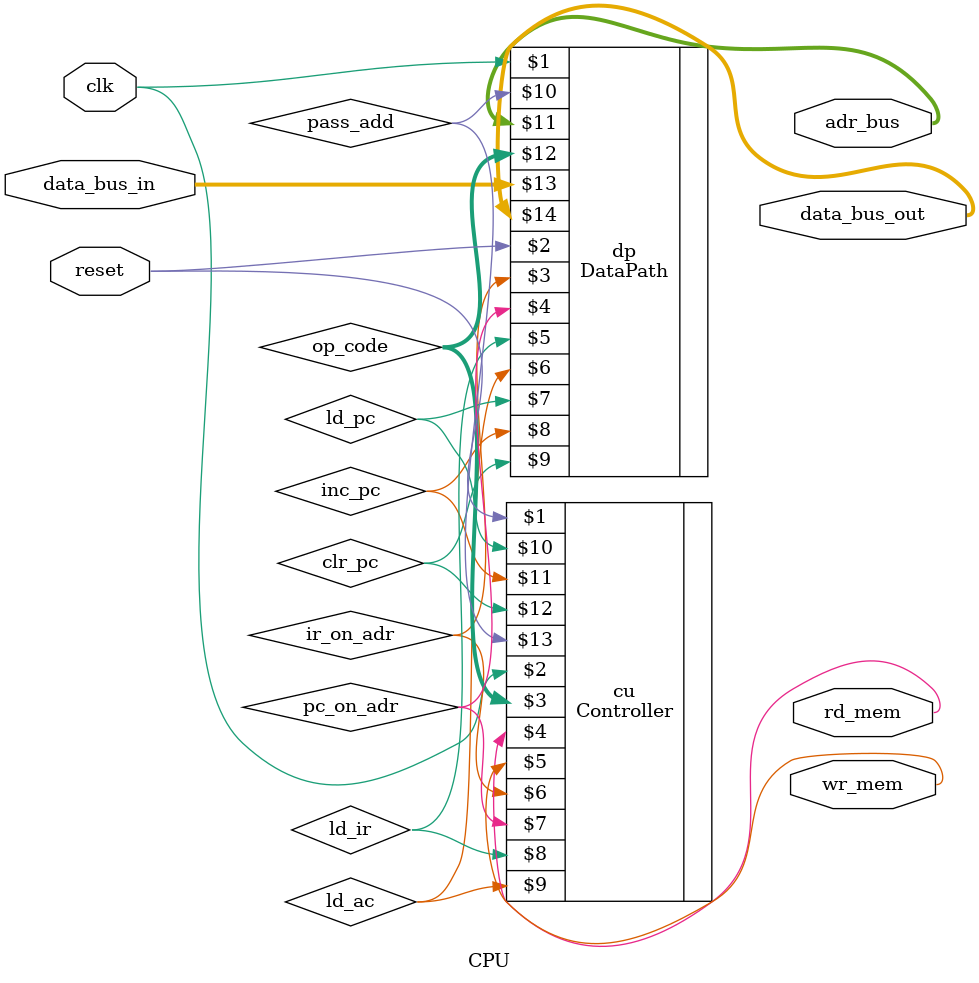
<source format=v>
module CPU (clk, reset, adr_bus, rd_mem, wr_mem, data_bus_in, data_bus_out);

input clk;
input reset;
input [7:0] data_bus_in;
output [5:0] adr_bus;
output rd_mem;
output wr_mem;
output [7:0] data_bus_out;

wire ir_on_adr, pc_on_adr, ld_ir, ld_ac, inc_pc, clr_pc, pass_add;
wire [1:0] op_code;


Controller cu(reset, clk, op_code, rd_mem, wr_mem, ir_on_adr, pc_on_adr, ld_ir, ld_ac, ld_pc, inc_pc, clr_pc, pass_add);

DataPath dp(clk, reset, ir_on_adr, pc_on_adr, ld_ir, ld_ac, ld_pc, inc_pc, clr_pc, pass_add, adr_bus, op_code, data_bus_in, data_bus_out);
endmodule
</source>
